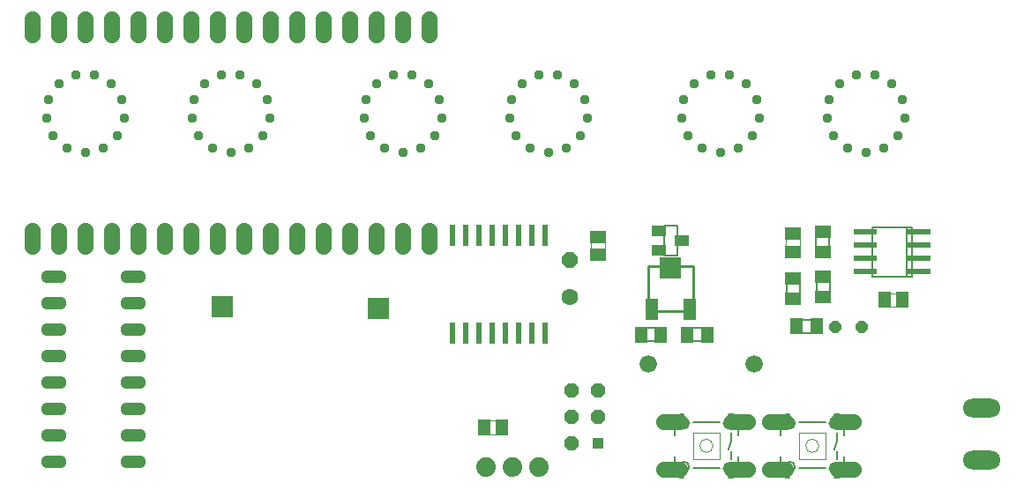
<source format=gbr>
G04 DipTrace 3.0.0.1*
G04 BottomAssy.gbr*
%MOIN*%
G04 #@! TF.FileFunction,Drawing,Bot*
G04 #@! TF.Part,Single*
%AMOUTLINE0*5,1,8,0,0,0.063001,67.499118*%
%AMOUTLINE3*5,1,8,0,0,0.048001,-22.501296*%
%AMOUTLINE6*
4,1,20,
-0.023979,-0.024,
-0.032189,-0.02256,
-0.039411,-0.018399,
-0.044774,-0.012018,
-0.047631,-0.004188,
-0.047639,0.004147,
-0.044795,0.011982,
-0.039444,0.018371,
-0.032228,0.022546,
-0.024021,0.024,
0.023979,0.024,
0.032189,0.02256,
0.039411,0.018399,
0.044774,0.012018,
0.047631,0.004188,
0.047639,-0.004147,
0.044795,-0.011982,
0.039444,-0.018371,
0.032228,-0.022546,
0.024021,-0.024,
-0.023979,-0.024,
0*%
%AMOUTLINE9*5,1,8,0,0,0.06,67.500441*%
%AMOUTLINE12*
4,1,20,
-0.03,0.029974,
-0.028199,0.040236,
-0.022999,0.049264,
-0.015022,0.055967,
-0.005235,0.059539,
0.005184,0.059549,
0.014978,0.055993,
0.022965,0.049303,
0.028182,0.040285,
0.03,0.030026,
0.03,-0.029974,
0.028199,-0.040236,
0.022999,-0.049264,
0.015022,-0.055967,
0.005235,-0.059539,
-0.005184,-0.059549,
-0.014978,-0.055993,
-0.022965,-0.049303,
-0.028182,-0.040285,
-0.03,-0.030026,
-0.03,0.029974,
0*%
%AMOUTLINE15*
4,1,20,
-0.029974,-0.03,
-0.040236,-0.028199,
-0.049264,-0.022999,
-0.055967,-0.015022,
-0.059539,-0.005235,
-0.059549,0.005184,
-0.055993,0.014978,
-0.049303,0.022965,
-0.040285,0.028182,
-0.030026,0.03,
0.029974,0.03,
0.040236,0.028199,
0.049264,0.022999,
0.055967,0.015022,
0.059539,0.005235,
0.059549,-0.005184,
0.055993,-0.014978,
0.049303,-0.022965,
0.040285,-0.028182,
0.030026,-0.03,
-0.029974,-0.03,
0*%
%AMOUTLINE18*
4,1,20,
-0.035219,-0.035249,
-0.047277,-0.033135,
-0.057885,-0.027022,
-0.065762,-0.017652,
-0.069959,-0.006151,
-0.06997,0.006091,
-0.065793,0.017598,
-0.057932,0.026983,
-0.047335,0.033114,
-0.035281,0.035249,
0.035219,0.035249,
0.047277,0.033135,
0.057885,0.027022,
0.065762,0.017652,
0.069959,0.006151,
0.06997,-0.006091,
0.065793,-0.017598,
0.057932,-0.026983,
0.047335,-0.033114,
0.035281,-0.035249,
-0.035219,-0.035249,
0*%
%ADD21C,0.004*%
%ADD23C,0.006*%
%ADD25C,0.002*%
%ADD27C,0.01*%
%ADD31C,0.008*%
G04 #@! TA.AperFunction,ComponentPad*
%ADD24C,0.063*%
%ADD26R,0.051181X0.059055*%
%ADD28R,0.059055X0.051181*%
G04 #@! TA.AperFunction,ComponentPad*
%ADD30C,0.066*%
%ADD37R,0.086614X0.023622*%
G04 #@! TA.AperFunction,ComponentPad*
%ADD38R,0.042392X0.042461*%
%ADD41C,0.037205*%
%ADD42R,0.07874X0.07874*%
%ADD43R,0.051181X0.062992*%
%ADD44R,0.062992X0.051181*%
%ADD45R,0.051181X0.07874*%
%ADD49R,0.055118X0.03937*%
G04 #@! TA.AperFunction,ComponentPad*
%ADD50C,0.074*%
%ADD51R,0.023622X0.07874*%
G04 #@! TA.AperFunction,ComponentPad*
%ADD118OUTLINE0*%
%ADD121OUTLINE3*%
%ADD124OUTLINE6*%
%ADD127OUTLINE9*%
%ADD130OUTLINE12*%
%ADD133OUTLINE15*%
%ADD136OUTLINE18*%
%FSLAX26Y26*%
G04*
G70*
G90*
G75*
G01*
G04 BotAssy*
%LPD*%
D24*
X2574959Y1656392D3*
D118*
Y1796392D3*
D121*
X3577324Y1543252D3*
X3677324D3*
G36*
X2299152Y1190939D2*
X2328732D1*
Y1133871D1*
X2299152D1*
Y1190939D1*
G37*
G36*
X2242153D2*
X2271732D1*
Y1133871D1*
X2242153D1*
Y1190939D1*
G37*
X2300737Y1188354D2*
D21*
X2270722D1*
X2299743Y1136386D2*
X2270722D1*
D26*
X2319194Y1162370D3*
X2252265D3*
G36*
X3447547Y1873486D2*
X3390502D1*
Y1903096D1*
X3447547D1*
Y1873486D1*
G37*
G36*
Y1816486D2*
X3390502D1*
Y1846097D1*
X3447547D1*
Y1816486D1*
G37*
X3393095Y1875086D2*
D21*
Y1845072D1*
X3445062Y1874092D2*
Y1845072D1*
D28*
X3419079Y1893543D3*
Y1826614D3*
G36*
X2653087Y1861003D2*
X2710155D1*
Y1890582D1*
X2653087D1*
Y1861003D1*
G37*
G36*
Y1804003D2*
X2710155D1*
Y1833583D1*
X2653087D1*
Y1804003D1*
G37*
X2655672Y1862587D2*
D21*
Y1832573D1*
X2707640Y1861593D2*
Y1832573D1*
D28*
X2681656Y1881045D3*
Y1814115D3*
G36*
X3811168Y1615416D2*
X3840747D1*
Y1672485D1*
X3811168D1*
Y1615416D1*
G37*
G36*
X3754169D2*
X3783748D1*
Y1672485D1*
X3754169D1*
Y1615416D1*
G37*
X3812753Y1669876D2*
D21*
X3782738D1*
X3811758Y1617909D2*
X3782738D1*
D26*
X3831210Y1643892D3*
X3764281D3*
D30*
X3272962Y1403276D3*
X2872962D3*
D124*
X924966Y1031390D3*
Y1131390D3*
Y1231390D3*
Y1331390D3*
Y1431390D3*
Y1531390D3*
Y1631390D3*
Y1731390D3*
X624966D3*
Y1631390D3*
Y1531390D3*
Y1431390D3*
Y1331390D3*
Y1231390D3*
Y1131390D3*
Y1031390D3*
G36*
X3915723Y1890453D2*
X3872459D1*
Y1909804D1*
X3915723D1*
Y1890453D1*
G37*
G36*
Y1840450D2*
X3872459D1*
Y1859801D1*
X3915723D1*
Y1840450D1*
G37*
G36*
Y1790447D2*
X3872459D1*
Y1809798D1*
X3915723D1*
Y1790447D1*
G37*
G36*
Y1740444D2*
X3872459D1*
Y1759814D1*
X3915723D1*
Y1740444D1*
G37*
G36*
X3714961D2*
X3671668D1*
Y1759814D1*
X3714961D1*
Y1740444D1*
G37*
G36*
Y1790447D2*
X3671668D1*
Y1809798D1*
X3714961D1*
Y1790447D1*
G37*
G36*
Y1840450D2*
X3671668D1*
Y1859801D1*
X3714961D1*
Y1840450D1*
G37*
G36*
Y1890453D2*
X3671668D1*
Y1909804D1*
X3714961D1*
Y1890453D1*
G37*
X3718894Y1730655D2*
D31*
X3848831D1*
X3868526D1*
Y1919631D1*
X3848831D1*
X3718894D1*
Y1730655D1*
X3848831D2*
Y1919631D1*
D37*
X3896072Y1900143D3*
Y1850143D3*
Y1800143D3*
Y1750143D3*
X3691348D3*
Y1800143D3*
Y1850143D3*
Y1900143D3*
D38*
X2681210Y1100139D3*
D127*
X2581210D3*
X2681210Y1200139D3*
X2581210D3*
X2681210Y1300139D3*
X2581210D3*
D130*
X543710Y2675142D3*
X643710D3*
X743710D3*
X843710D3*
X943710D3*
X1043710D3*
X1143710D3*
X1243710D3*
X1343710D3*
X1443710D3*
X1543710D3*
X1643710D3*
X1743710D3*
X1843710D3*
X1943710D3*
X2043710D3*
X543710Y1875142D3*
X643710D3*
X743710D3*
X843710D3*
X943710D3*
X1043710D3*
X1143710D3*
X1243710D3*
X1343710D3*
X1443710D3*
X1543710D3*
X1643710D3*
X1743710D3*
X1843710D3*
X1943710D3*
X2043710D3*
D41*
X675017Y2219256D3*
X812403D3*
X645690Y2460783D3*
X890450Y2332323D3*
X841730Y2460783D3*
X779084Y2493661D3*
X708336D3*
X865360Y2266173D3*
X596970Y2332323D3*
X622060Y2266173D3*
X743710Y2202323D3*
X605497Y2402559D3*
X881923D3*
X1225017Y2219256D3*
X1362403D3*
X1195690Y2460783D3*
X1440450Y2332323D3*
X1391730Y2460783D3*
X1329084Y2493661D3*
X1258336D3*
X1415360Y2266173D3*
X1146970Y2332323D3*
X1172060Y2266173D3*
X1293710Y2202323D3*
X1155497Y2402559D3*
X1431923D3*
X1875017Y2219256D3*
X2012403D3*
X1845690Y2460783D3*
X2090450Y2332323D3*
X2041730Y2460783D3*
X1979084Y2493661D3*
X1908336D3*
X2065360Y2266173D3*
X1796970Y2332323D3*
X1822060Y2266173D3*
X1943710Y2202323D3*
X1805497Y2402559D3*
X2081923D3*
X2425017Y2219256D3*
X2562403D3*
X2395690Y2460783D3*
X2640450Y2332323D3*
X2591730Y2460783D3*
X2529084Y2493661D3*
X2458336D3*
X2615360Y2266173D3*
X2346970Y2332323D3*
X2372060Y2266173D3*
X2493710Y2202323D3*
X2355497Y2402559D3*
X2631923D3*
X3075017Y2219256D3*
X3212403D3*
X3045690Y2460783D3*
X3290450Y2332323D3*
X3241730Y2460783D3*
X3179084Y2493661D3*
X3108336D3*
X3265360Y2266173D3*
X2996970Y2332323D3*
X3022060Y2266173D3*
X3143710Y2202323D3*
X3005497Y2402559D3*
X3281923D3*
X3625017Y2219256D3*
X3762403D3*
X3595690Y2460783D3*
X3840450Y2332323D3*
X3791730Y2460783D3*
X3729084Y2493661D3*
X3658336D3*
X3815360Y2266173D3*
X3546970Y2332323D3*
X3572060Y2266173D3*
X3693710Y2202323D3*
X3555497Y2402559D3*
X3831923D3*
D42*
X1263055Y1618572D3*
X1850493Y1612323D3*
G36*
X3559191Y1889581D2*
X3503214D1*
Y1903672D1*
X3559191D1*
Y1889581D1*
G37*
G36*
Y1821583D2*
X3503214D1*
Y1835658D1*
X3559191D1*
Y1821583D1*
G37*
X3506209Y1834648D2*
D23*
Y1890638D1*
X3556211Y1834648D2*
Y1890638D1*
D44*
X3531210Y1900045D3*
Y1825241D3*
X2871560Y1772280D2*
D27*
Y1603004D1*
X3040860D1*
Y1772280D1*
X2871560D1*
D45*
X3027076Y1608902D3*
D42*
X2956210Y1766382D3*
D45*
X2885344Y1608902D3*
G36*
X3559548Y1720597D2*
X3503571D1*
Y1734688D1*
X3559548D1*
Y1720597D1*
G37*
G36*
Y1652599D2*
X3503571D1*
Y1666674D1*
X3559548D1*
Y1652599D1*
G37*
X3506566Y1665664D2*
D23*
Y1721654D1*
X3556568Y1665664D2*
Y1721654D1*
D44*
X3531567Y1731060D3*
Y1656257D3*
G36*
X3391083Y1660235D2*
X3447083D1*
Y1646238D1*
X3391083D1*
Y1660235D1*
G37*
G36*
Y1728250D2*
X3447083D1*
Y1714237D1*
X3391083D1*
Y1728250D1*
G37*
X3444079Y1715215D2*
D23*
Y1659226D1*
X3394078Y1715215D2*
Y1659226D1*
D44*
X3419079Y1649819D3*
Y1724622D3*
G36*
X3496122Y1515592D2*
X3510166D1*
Y1571576D1*
X3496122D1*
Y1515592D1*
G37*
G36*
X3428123D2*
X3442167D1*
Y1571576D1*
X3428123D1*
Y1515592D1*
G37*
X3441173Y1568581D2*
D23*
X3497163D1*
X3441173Y1518579D2*
X3497163D1*
D43*
X3506570Y1543580D3*
X3431766D3*
G36*
X3029209Y1540639D2*
X3015259D1*
Y1484631D1*
X3029209D1*
Y1540639D1*
G37*
G36*
X3097208D2*
X3083257D1*
Y1484631D1*
X3097208D1*
Y1540639D1*
G37*
X3084205Y1487642D2*
D23*
X3028215D1*
X3084205Y1537644D2*
X3028215D1*
D43*
X3018808Y1512643D3*
X3093612D3*
G36*
X2854209Y1540639D2*
X2840259D1*
Y1484631D1*
X2854209D1*
Y1540639D1*
G37*
G36*
X2922208D2*
X2908257D1*
Y1484631D1*
X2922208D1*
Y1540639D1*
G37*
X2909205Y1487642D2*
D23*
X2853215D1*
X2909205Y1537644D2*
X2853215D1*
D43*
X2843808Y1512643D3*
X2918612D3*
X3556062Y1007122D2*
D23*
G02X3556062Y1007122I19993J0D01*
G01*
X3386068Y1012114D2*
G02X3386068Y1012114I19993J0D01*
G01*
Y1177114D2*
G02X3386068Y1177114I19993J0D01*
G01*
X3556062D2*
G02X3556062Y1177114I19993J0D01*
G01*
X3466076Y1092118D2*
D25*
G02X3466076Y1092118I24981J0D01*
G01*
X3371064Y1132126D2*
D23*
Y1192126D1*
X3391057Y1212118D1*
Y972118D2*
X3371064Y992110D1*
Y1052110D1*
X3591059Y1212118D2*
X3611051Y1192126D1*
Y1132126D1*
X3591059Y972118D2*
X3611051Y992110D1*
Y1052110D1*
X3541058Y1142110D2*
D25*
Y1042126D1*
X3441057D2*
X3541058D1*
X3441057D2*
Y1142110D1*
X3541058D2*
X3441057D1*
X3391057Y972118D2*
D23*
X3406061D1*
X3591059D2*
X3576055D1*
X3591059Y1212118D2*
X3576055D1*
X3391057D2*
X3406061D1*
X3541058Y1007110D2*
X3441057D1*
Y1182118D2*
X3541058D1*
X3586070Y1142110D2*
Y1112110D1*
Y1072126D2*
Y1042126D1*
Y1112110D2*
X3576055Y1077118D1*
D133*
X3619058Y1181118D3*
X3363058D3*
X3619058Y1003118D3*
X3363058D3*
X3156104Y1007122D2*
D23*
G02X3156104Y1007122I19993J0D01*
G01*
X2986110Y1012114D2*
G02X2986110Y1012114I19993J0D01*
G01*
Y1177114D2*
G02X2986110Y1177114I19993J0D01*
G01*
X3156104D2*
G02X3156104Y1177114I19993J0D01*
G01*
X3066118Y1092118D2*
D25*
G02X3066118Y1092118I24981J0D01*
G01*
X2971106Y1132126D2*
D23*
Y1192126D1*
X2991099Y1212118D1*
Y972118D2*
X2971106Y992110D1*
Y1052110D1*
X3191101Y1212118D2*
X3211093Y1192126D1*
Y1132126D1*
X3191101Y972118D2*
X3211093Y992110D1*
Y1052110D1*
X3141100Y1142110D2*
D25*
Y1042126D1*
X3041099D2*
X3141100D1*
X3041099D2*
Y1142110D1*
X3141100D2*
X3041099D1*
X2991099Y972118D2*
D23*
X3006103D1*
X3191101D2*
X3176097D1*
X3191101Y1212118D2*
X3176097D1*
X2991099D2*
X3006103D1*
X3141100Y1007110D2*
X3041099D1*
Y1182118D2*
X3141100D1*
X3186112Y1142110D2*
Y1112110D1*
Y1072126D2*
Y1042126D1*
Y1112110D2*
X3176097Y1077118D1*
D133*
X3219100Y1181118D3*
X2963100D3*
X3219100Y1003118D3*
X2963100D3*
G36*
X2984195Y1877460D2*
X3007198D1*
Y1859466D1*
X2984195D1*
Y1877460D1*
G37*
G36*
X2905194Y1914463D2*
X2928197D1*
Y1896458D1*
X2905194D1*
Y1914463D1*
G37*
G36*
Y1840456D2*
X2928197D1*
Y1822462D1*
X2905194D1*
Y1840456D1*
G37*
X2982183Y1924453D2*
D23*
X2930195D1*
Y1812449D1*
X2982183D1*
Y1924453D1*
D49*
X2912882Y1831050D3*
Y1905853D3*
X2999496Y1868451D3*
D50*
X2356690Y1012386D3*
X2256690D3*
X2456690D3*
D51*
X2131210Y1887642D3*
X2181210D3*
X2231210D3*
X2281210D3*
X2331210D3*
X2381210D3*
X2431210D3*
X2481210D3*
Y1517563D3*
X2431210D3*
X2381210D3*
X2331210D3*
X2281210D3*
X2231210D3*
X2181210D3*
X2131210D3*
D136*
X4131504Y1037383D3*
Y1234234D3*
M02*

</source>
